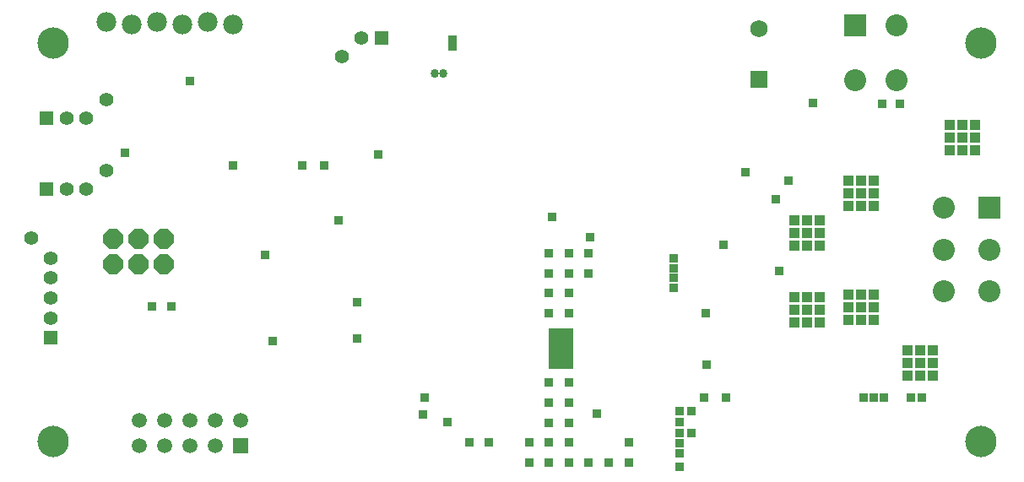
<source format=gbs>
G75*
G70*
%OFA0B0*%
%FSLAX24Y24*%
%IPPOS*%
%LPD*%
%AMOC8*
5,1,8,0,0,1.08239X$1,22.5*
%
%ADD10C,0.0780*%
%ADD11C,0.1240*%
%ADD12C,0.0690*%
%ADD13R,0.0690X0.0690*%
%ADD14R,0.0437X0.0437*%
%ADD15C,0.0340*%
%ADD16C,0.0555*%
%ADD17R,0.0555X0.0555*%
%ADD18C,0.0552*%
%ADD19R,0.0867X0.0867*%
%ADD20C,0.0867*%
%ADD21OC8,0.0780*%
%ADD22R,0.0594X0.0594*%
%ADD23C,0.0594*%
%ADD24R,0.0317X0.0317*%
D10*
X003815Y018310D03*
X004815Y018210D03*
X005815Y018310D03*
X006815Y018210D03*
X007815Y018310D03*
X008815Y018210D03*
D11*
X001725Y001725D03*
X001725Y017473D03*
X038339Y017473D03*
X038339Y001725D03*
D12*
X029580Y018037D03*
D13*
X029580Y016037D03*
D14*
X033126Y012028D03*
X033626Y012028D03*
X034126Y012028D03*
X034126Y011528D03*
X033626Y011528D03*
X033126Y011528D03*
X033126Y011028D03*
X033626Y011028D03*
X034126Y011028D03*
X031981Y010449D03*
X031481Y010449D03*
X030981Y010449D03*
X030981Y009949D03*
X031481Y009949D03*
X031981Y009949D03*
X031981Y009449D03*
X031481Y009449D03*
X030981Y009449D03*
X030981Y007433D03*
X031481Y007433D03*
X031981Y007433D03*
X031981Y006933D03*
X031481Y006933D03*
X030981Y006933D03*
X030981Y006433D03*
X031481Y006433D03*
X031981Y006433D03*
X033126Y006540D03*
X033126Y007040D03*
X033126Y007540D03*
X033626Y007540D03*
X034126Y007540D03*
X034126Y007040D03*
X033626Y007040D03*
X033626Y006540D03*
X034126Y006540D03*
X035461Y005335D03*
X035961Y005335D03*
X036461Y005335D03*
X036461Y004835D03*
X036461Y004335D03*
X035961Y004335D03*
X035461Y004335D03*
X035461Y004835D03*
X035961Y004835D03*
X037126Y013233D03*
X037126Y013733D03*
X037626Y013733D03*
X038126Y013733D03*
X038126Y013233D03*
X037626Y013233D03*
X037626Y014233D03*
X038126Y014233D03*
X037126Y014233D03*
D15*
X017121Y016252D03*
X016801Y016252D03*
D16*
X013890Y017670D03*
X003024Y014481D03*
X002237Y014481D03*
X002237Y011685D03*
X003024Y011685D03*
X001607Y008969D03*
X001607Y008181D03*
X001607Y007394D03*
X001607Y006607D03*
D17*
X001607Y005819D03*
X001449Y011685D03*
X001449Y014481D03*
X014678Y017670D03*
D18*
X013103Y016922D03*
X003811Y015229D03*
X003811Y012433D03*
X000859Y009756D03*
D19*
X033378Y018162D03*
X038674Y010957D03*
D20*
X036902Y010957D03*
X036902Y009304D03*
X038674Y009304D03*
X038674Y007650D03*
X036902Y007650D03*
X035032Y015996D03*
X033378Y015996D03*
X035032Y018162D03*
D21*
X006071Y009744D03*
X005071Y009744D03*
X004071Y009744D03*
X004071Y008744D03*
X005071Y008744D03*
X006071Y008744D03*
D22*
X009119Y001579D03*
D23*
X008119Y001579D03*
X007119Y001579D03*
X006119Y001579D03*
X005119Y001579D03*
X005119Y002579D03*
X006119Y002579D03*
X007119Y002579D03*
X008119Y002579D03*
X009119Y002579D03*
D24*
X010386Y005701D03*
X013733Y005780D03*
X013733Y007237D03*
X010071Y009087D03*
X012985Y010465D03*
X012433Y012630D03*
X011567Y012630D03*
X008823Y012630D03*
X004559Y013142D03*
X007119Y015977D03*
X014559Y013063D03*
X021410Y010583D03*
X022906Y009796D03*
X022867Y009166D03*
X022079Y009166D03*
X021292Y009166D03*
X021292Y008378D03*
X022079Y008378D03*
X022867Y008378D03*
X022079Y007591D03*
X021292Y007591D03*
X021292Y006804D03*
X022079Y006804D03*
X022079Y006016D03*
X021764Y006016D03*
X021449Y006016D03*
X021449Y005701D03*
X021449Y005386D03*
X021764Y005386D03*
X022079Y005386D03*
X022079Y005701D03*
X021764Y005701D03*
X021764Y005071D03*
X021764Y004756D03*
X021449Y004756D03*
X021449Y005071D03*
X022079Y005071D03*
X022079Y004756D03*
X022079Y004048D03*
X021292Y004048D03*
X021292Y003260D03*
X022079Y003260D03*
X023181Y002827D03*
X022079Y002473D03*
X021292Y002473D03*
X021292Y001685D03*
X022079Y001685D03*
X022079Y000898D03*
X021292Y000898D03*
X020504Y000898D03*
X020504Y001685D03*
X018930Y001685D03*
X018142Y001685D03*
X017276Y002512D03*
X016331Y002788D03*
X016370Y003457D03*
X022867Y000898D03*
X023654Y000898D03*
X024441Y000898D03*
X024441Y001685D03*
X026449Y001666D03*
X026449Y002079D03*
X026922Y002079D03*
X026449Y002512D03*
X026449Y002945D03*
X026922Y002945D03*
X027430Y003449D03*
X028300Y003449D03*
X027512Y004756D03*
X027473Y006804D03*
X026213Y007788D03*
X026213Y008181D03*
X026213Y008575D03*
X026213Y008969D03*
X028181Y009481D03*
X030378Y008473D03*
X030268Y011292D03*
X030741Y012040D03*
X029048Y012355D03*
X031725Y015111D03*
X034441Y015071D03*
X035150Y015071D03*
X017473Y017331D03*
X017473Y017607D03*
X006370Y007079D03*
X005622Y007079D03*
X026449Y001252D03*
X026449Y000741D03*
X033733Y003457D03*
X034126Y003457D03*
X034520Y003457D03*
X035583Y003457D03*
X036016Y003457D03*
M02*

</source>
